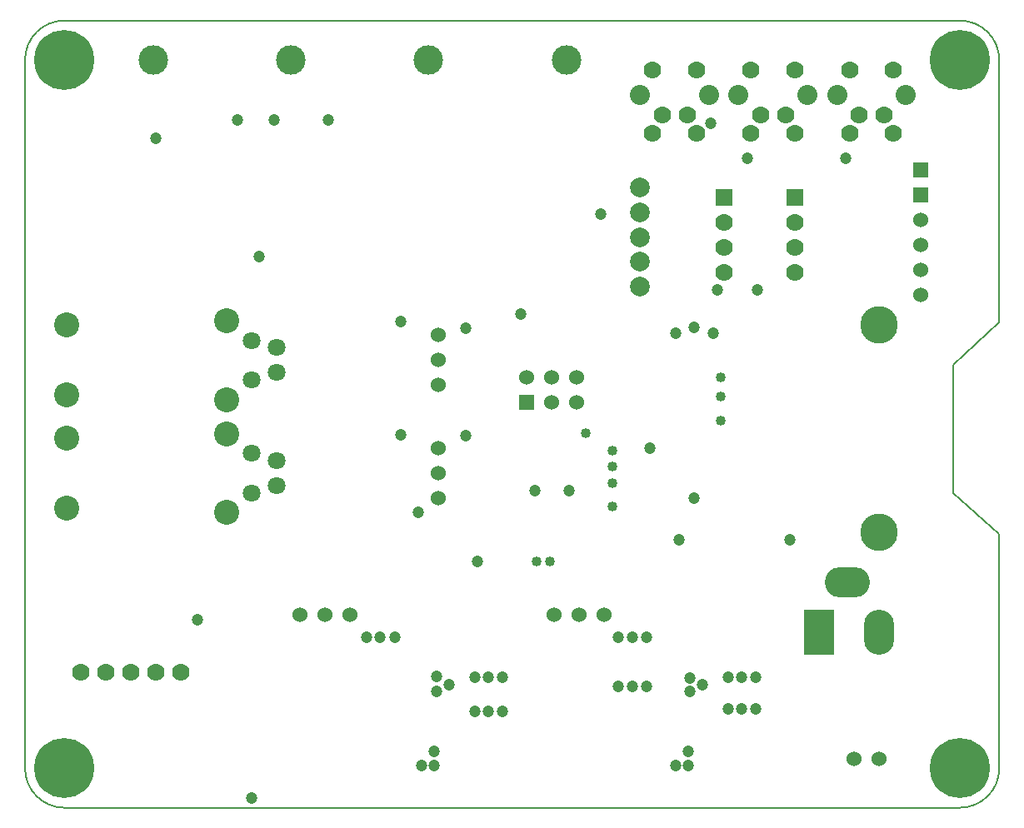
<source format=gbs>
G04 #@! TF.FileFunction,Soldermask,Bot*
%FSLAX46Y46*%
G04 Gerber Fmt 4.6, Leading zero omitted, Abs format (unit mm)*
G04 Created by KiCad (PCBNEW 4.0.1-3.201512161002+6197~38~ubuntu15.04.1-stable) date Fri Dec 18 17:49:46 2015*
%MOMM*%
G01*
G04 APERTURE LIST*
%ADD10C,0.025400*%
%ADD11C,0.127000*%
%ADD12C,1.200000*%
%ADD13C,1.016000*%
%ADD14C,3.810000*%
%ADD15R,1.524000X1.524000*%
%ADD16C,1.524000*%
%ADD17C,1.778000*%
%ADD18R,1.778000X1.778000*%
%ADD19C,2.540000*%
%ADD20C,1.800000*%
%ADD21O,3.048000X4.572000*%
%ADD22R,3.048000X4.572000*%
%ADD23O,4.572000X3.048000*%
%ADD24C,6.096000*%
%ADD25C,2.032000*%
%ADD26C,2.000000*%
%ADD27C,3.000000*%
G04 APERTURE END LIST*
D10*
D11*
X4000000Y0D02*
X95000000Y0D01*
X99000000Y49300000D02*
X94300000Y45000000D01*
X99000000Y76000000D02*
X99000000Y49300000D01*
X94300000Y38500000D02*
X94300000Y45000000D01*
X94300000Y32000000D02*
X94300000Y38500000D01*
X99000000Y27800000D02*
X94300000Y32000000D01*
X99000000Y4000000D02*
X99000000Y27800000D01*
X0Y76000000D02*
X0Y4000000D01*
X95000000Y80000000D02*
X4000000Y80000000D01*
X99000000Y76000000D02*
G75*
G03X95000000Y80000000I-4000000J0D01*
G01*
X95000000Y0D02*
G75*
G03X99000000Y4000000I0J4000000D01*
G01*
X0Y4000000D02*
G75*
G03X4000000Y0I4000000J0D01*
G01*
X4000000Y80000000D02*
G75*
G03X0Y76000000I0J-4000000D01*
G01*
D12*
X60300000Y12300000D03*
X61750000Y12300000D03*
X63200000Y12300000D03*
X50350000Y50200000D03*
X45700000Y9750000D03*
X47100000Y9750000D03*
X45700000Y13250000D03*
X47100000Y13250000D03*
X71450000Y10000000D03*
X72850000Y10000000D03*
X71450000Y13250000D03*
X72850000Y13250000D03*
X63200000Y17300000D03*
X61750000Y17300000D03*
X37600000Y17300000D03*
X67600000Y13200000D03*
X68800000Y12500000D03*
X67400000Y4300000D03*
X67400000Y5700000D03*
X66100000Y4300000D03*
X41800000Y13300000D03*
X41800000Y11800000D03*
X67600000Y11800000D03*
X41600000Y5700000D03*
X43100000Y12500000D03*
X41600000Y4300000D03*
X23000000Y1000000D03*
X74250000Y10000000D03*
X74250000Y13250000D03*
X60300000Y17300000D03*
X48500000Y13250000D03*
X17500000Y19100000D03*
X44750000Y48750000D03*
X63500000Y36500000D03*
X66500000Y27250000D03*
X77750000Y27250000D03*
X68000000Y48800000D03*
X69900000Y48200000D03*
X66100000Y48200000D03*
X46000000Y25000000D03*
X58500000Y60300000D03*
X74400000Y52600000D03*
X70350000Y52600000D03*
X83400000Y66000000D03*
X73400000Y66000000D03*
X69700000Y69600000D03*
X38200000Y49400000D03*
X38200000Y37900000D03*
X68000000Y31500000D03*
X55300000Y32200000D03*
X40000000Y30000000D03*
X51800000Y32200000D03*
X23800000Y56000000D03*
X30800000Y69900000D03*
X21600000Y69900000D03*
X13300000Y68000000D03*
X25300000Y69900000D03*
D13*
X57000000Y38100000D03*
X70700000Y41800000D03*
X70700000Y43700000D03*
X70700000Y39300000D03*
X52000000Y25000000D03*
X59700000Y34700000D03*
X59700000Y36300000D03*
X59650000Y30600000D03*
X59700000Y33000000D03*
X53350000Y25000000D03*
D14*
X86750000Y49041000D03*
X86750000Y27959000D03*
D15*
X50960000Y41230000D03*
D16*
X50960000Y43770000D03*
X53500000Y41230000D03*
X53500000Y43770000D03*
X56040000Y41230000D03*
X56040000Y43770000D03*
D15*
X91000000Y64850000D03*
X91000000Y62310000D03*
D16*
X91000000Y59770000D03*
X91000000Y57230000D03*
X91000000Y54690000D03*
X91000000Y52150000D03*
D17*
X78250000Y54440000D03*
X78250000Y56980000D03*
X78250000Y59520000D03*
D18*
X78250000Y62060000D03*
D17*
X71000000Y54440000D03*
X71000000Y56980000D03*
X71000000Y59520000D03*
D18*
X71000000Y62060000D03*
D16*
X42000000Y42960000D03*
X42000000Y45500000D03*
X42000000Y48040000D03*
X84230000Y5000000D03*
X86770000Y5000000D03*
D19*
X4204000Y41944000D03*
X4204000Y49056000D03*
X20460000Y49513200D03*
X20460000Y41486800D03*
D20*
X23000000Y43500000D03*
X23000000Y47500000D03*
X25540000Y44230000D03*
X25540000Y46770000D03*
D21*
X86750000Y17800000D03*
D22*
X80654000Y17800000D03*
D23*
X83575000Y22880000D03*
D16*
X42000000Y31460000D03*
X42000000Y34000000D03*
X42000000Y36540000D03*
D19*
X4204000Y30444000D03*
X4204000Y37556000D03*
X20460000Y38013200D03*
X20460000Y29986800D03*
D20*
X23000000Y32000000D03*
X23000000Y36000000D03*
X25540000Y32730000D03*
X25540000Y35270000D03*
D24*
X4000000Y76000000D03*
X95000000Y76000000D03*
X4000000Y4000000D03*
X95000000Y4000000D03*
D17*
X8210000Y13750000D03*
X15830000Y13750000D03*
X13290000Y13750000D03*
X5670000Y13750000D03*
X10750000Y13750000D03*
X68222500Y75000000D03*
X63777500Y75000000D03*
D25*
X69492500Y72460000D03*
X62507500Y72460000D03*
D17*
X63777500Y68523000D03*
X68222500Y68523000D03*
X64730000Y70428000D03*
X67270000Y70428000D03*
X88222500Y75000000D03*
X83777500Y75000000D03*
D25*
X89492500Y72460000D03*
X82507500Y72460000D03*
D17*
X83777500Y68523000D03*
X88222500Y68523000D03*
X84730000Y70428000D03*
X87270000Y70428000D03*
X78222500Y75000000D03*
X73777500Y75000000D03*
D25*
X79492500Y72460000D03*
X72507500Y72460000D03*
D17*
X73777500Y68523000D03*
X78222500Y68523000D03*
X74730000Y70428000D03*
X77270000Y70428000D03*
D12*
X44800000Y37800000D03*
D26*
X62500000Y53000000D03*
X62500000Y55500000D03*
X62500000Y58000000D03*
X62500000Y63000000D03*
X62500000Y60500000D03*
D27*
X27000000Y76000000D03*
X13000000Y76000000D03*
X41000000Y76000000D03*
X55000000Y76000000D03*
D12*
X34700000Y17300000D03*
X48500000Y9750000D03*
D16*
X53760000Y19600000D03*
X56300000Y19600000D03*
X58840000Y19600000D03*
X27960000Y19600000D03*
X30500000Y19600000D03*
X33040000Y19600000D03*
D12*
X40300000Y4300000D03*
X36100000Y17300000D03*
M02*

</source>
